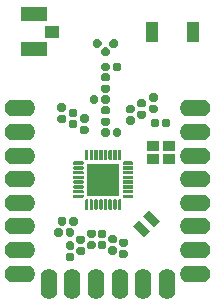
<source format=gbr>
%TF.GenerationSoftware,KiCad,Pcbnew,(5.1.6)-1*%
%TF.CreationDate,2021-01-29T18:20:16+05:30*%
%TF.ProjectId,Bluetooth_Module,426c7565-746f-46f7-9468-5f4d6f64756c,rev?*%
%TF.SameCoordinates,Original*%
%TF.FileFunction,Soldermask,Top*%
%TF.FilePolarity,Negative*%
%FSLAX46Y46*%
G04 Gerber Fmt 4.6, Leading zero omitted, Abs format (unit mm)*
G04 Created by KiCad (PCBNEW (5.1.6)-1) date 2021-01-29 18:20:16*
%MOMM*%
%LPD*%
G01*
G04 APERTURE LIST*
%ADD10O,2.600000X1.400000*%
%ADD11C,1.400000*%
%ADD12O,1.400000X2.600000*%
%ADD13R,1.000000X1.800000*%
%ADD14R,2.800000X2.800000*%
%ADD15C,0.100000*%
%ADD16R,1.000000X0.900000*%
%ADD17R,2.300000X1.150000*%
%ADD18R,1.150000X1.100000*%
G04 APERTURE END LIST*
%TO.C,C25*%
G36*
G01*
X108145000Y-83552500D02*
X108145000Y-83947500D01*
G75*
G02*
X107972500Y-84120000I-172500J0D01*
G01*
X107627500Y-84120000D01*
G75*
G02*
X107455000Y-83947500I0J172500D01*
G01*
X107455000Y-83552500D01*
G75*
G02*
X107627500Y-83380000I172500J0D01*
G01*
X107972500Y-83380000D01*
G75*
G02*
X108145000Y-83552500I0J-172500D01*
G01*
G37*
G36*
G01*
X107175000Y-83552500D02*
X107175000Y-83947500D01*
G75*
G02*
X107002500Y-84120000I-172500J0D01*
G01*
X106657500Y-84120000D01*
G75*
G02*
X106485000Y-83947500I0J172500D01*
G01*
X106485000Y-83552500D01*
G75*
G02*
X106657500Y-83380000I172500J0D01*
G01*
X107002500Y-83380000D01*
G75*
G02*
X107175000Y-83552500I0J-172500D01*
G01*
G37*
%TD*%
D10*
%TO.C,J12*%
X100600000Y-86500000D03*
D11*
X100000000Y-86500000D03*
%TD*%
D12*
%TO.C,J1*%
X103000000Y-99400000D03*
D11*
X103000000Y-100000000D03*
%TD*%
D10*
%TO.C,J2*%
X100600000Y-98500000D03*
D11*
X100000000Y-98500000D03*
%TD*%
D10*
%TO.C,J3*%
X100600000Y-96500000D03*
D11*
X100000000Y-96500000D03*
%TD*%
D10*
%TO.C,J4*%
X100600000Y-94500000D03*
D11*
X100000000Y-94500000D03*
%TD*%
D10*
%TO.C,J5*%
X100600000Y-92500000D03*
D11*
X100000000Y-92500000D03*
%TD*%
D10*
%TO.C,J6*%
X100600000Y-90500000D03*
D11*
X100000000Y-90500000D03*
%TD*%
D10*
%TO.C,J7*%
X100600000Y-88500000D03*
D11*
X100000000Y-88500000D03*
%TD*%
D12*
%TO.C,J8*%
X107000000Y-99400000D03*
D11*
X107000000Y-100000000D03*
%TD*%
D12*
%TO.C,J9*%
X113000000Y-99400000D03*
D11*
X113000000Y-100000000D03*
%TD*%
D12*
%TO.C,J10*%
X111000000Y-99400000D03*
D11*
X111000000Y-100000000D03*
%TD*%
D12*
%TO.C,J11*%
X109000000Y-99400000D03*
D11*
X109000000Y-100000000D03*
%TD*%
D10*
%TO.C,J14*%
X115400000Y-84500000D03*
D11*
X116000000Y-84500000D03*
%TD*%
D10*
%TO.C,J15*%
X115400000Y-88500000D03*
D11*
X116000000Y-88500000D03*
%TD*%
D10*
%TO.C,J16*%
X115400000Y-90500000D03*
D11*
X116000000Y-90500000D03*
%TD*%
D10*
%TO.C,J17*%
X115400000Y-92500000D03*
D11*
X116000000Y-92500000D03*
%TD*%
D10*
%TO.C,J18*%
X115400000Y-94500000D03*
D11*
X116000000Y-94500000D03*
%TD*%
D10*
%TO.C,J19*%
X115400000Y-96500000D03*
D11*
X116000000Y-96500000D03*
%TD*%
D10*
%TO.C,J20*%
X115400000Y-98500000D03*
D11*
X116000000Y-98500000D03*
%TD*%
D10*
%TO.C,J21*%
X115400000Y-86500000D03*
D11*
X116000000Y-86500000D03*
%TD*%
D12*
%TO.C,J22*%
X105000000Y-99400000D03*
D11*
X105000000Y-100000000D03*
%TD*%
D10*
%TO.C,J13*%
X100600000Y-84500000D03*
D11*
X100000000Y-84500000D03*
%TD*%
%TO.C,TP1*%
G36*
G01*
X106976256Y-79371231D02*
X106728769Y-79123744D01*
G75*
G02*
X106728769Y-78876256I123744J123744D01*
G01*
X106976256Y-78628769D01*
G75*
G02*
X107223744Y-78628769I123744J-123744D01*
G01*
X107471231Y-78876256D01*
G75*
G02*
X107471231Y-79123744I-123744J-123744D01*
G01*
X107223744Y-79371231D01*
G75*
G02*
X106976256Y-79371231I-123744J123744D01*
G01*
G37*
%TD*%
%TO.C,TP3*%
G36*
G01*
X107676256Y-80071231D02*
X107428769Y-79823744D01*
G75*
G02*
X107428769Y-79576256I123744J123744D01*
G01*
X107676256Y-79328769D01*
G75*
G02*
X107923744Y-79328769I123744J-123744D01*
G01*
X108171231Y-79576256D01*
G75*
G02*
X108171231Y-79823744I-123744J-123744D01*
G01*
X107923744Y-80071231D01*
G75*
G02*
X107676256Y-80071231I-123744J123744D01*
G01*
G37*
%TD*%
%TO.C,TP2*%
G36*
G01*
X108376256Y-79371231D02*
X108128769Y-79123744D01*
G75*
G02*
X108128769Y-78876256I123744J123744D01*
G01*
X108376256Y-78628769D01*
G75*
G02*
X108623744Y-78628769I123744J-123744D01*
G01*
X108871231Y-78876256D01*
G75*
G02*
X108871231Y-79123744I-123744J-123744D01*
G01*
X108623744Y-79371231D01*
G75*
G02*
X108376256Y-79371231I-123744J123744D01*
G01*
G37*
%TD*%
D13*
%TO.C,AE1*%
X111700000Y-78000000D03*
X115200000Y-78000000D03*
%TD*%
%TO.C,C1*%
G36*
G01*
X109102500Y-96490000D02*
X109497500Y-96490000D01*
G75*
G02*
X109670000Y-96662500I0J-172500D01*
G01*
X109670000Y-97007500D01*
G75*
G02*
X109497500Y-97180000I-172500J0D01*
G01*
X109102500Y-97180000D01*
G75*
G02*
X108930000Y-97007500I0J172500D01*
G01*
X108930000Y-96662500D01*
G75*
G02*
X109102500Y-96490000I172500J0D01*
G01*
G37*
G36*
G01*
X109102500Y-95520000D02*
X109497500Y-95520000D01*
G75*
G02*
X109670000Y-95692500I0J-172500D01*
G01*
X109670000Y-96037500D01*
G75*
G02*
X109497500Y-96210000I-172500J0D01*
G01*
X109102500Y-96210000D01*
G75*
G02*
X108930000Y-96037500I0J172500D01*
G01*
X108930000Y-95692500D01*
G75*
G02*
X109102500Y-95520000I172500J0D01*
G01*
G37*
%TD*%
%TO.C,C2*%
G36*
G01*
X108202500Y-95220000D02*
X108597500Y-95220000D01*
G75*
G02*
X108770000Y-95392500I0J-172500D01*
G01*
X108770000Y-95737500D01*
G75*
G02*
X108597500Y-95910000I-172500J0D01*
G01*
X108202500Y-95910000D01*
G75*
G02*
X108030000Y-95737500I0J172500D01*
G01*
X108030000Y-95392500D01*
G75*
G02*
X108202500Y-95220000I172500J0D01*
G01*
G37*
G36*
G01*
X108202500Y-96190000D02*
X108597500Y-96190000D01*
G75*
G02*
X108770000Y-96362500I0J-172500D01*
G01*
X108770000Y-96707500D01*
G75*
G02*
X108597500Y-96880000I-172500J0D01*
G01*
X108202500Y-96880000D01*
G75*
G02*
X108030000Y-96707500I0J172500D01*
G01*
X108030000Y-96362500D01*
G75*
G02*
X108202500Y-96190000I172500J0D01*
G01*
G37*
%TD*%
%TO.C,C5*%
G36*
G01*
X104602500Y-96740000D02*
X104997500Y-96740000D01*
G75*
G02*
X105170000Y-96912500I0J-172500D01*
G01*
X105170000Y-97257500D01*
G75*
G02*
X104997500Y-97430000I-172500J0D01*
G01*
X104602500Y-97430000D01*
G75*
G02*
X104430000Y-97257500I0J172500D01*
G01*
X104430000Y-96912500D01*
G75*
G02*
X104602500Y-96740000I172500J0D01*
G01*
G37*
G36*
G01*
X104602500Y-95770000D02*
X104997500Y-95770000D01*
G75*
G02*
X105170000Y-95942500I0J-172500D01*
G01*
X105170000Y-96287500D01*
G75*
G02*
X104997500Y-96460000I-172500J0D01*
G01*
X104602500Y-96460000D01*
G75*
G02*
X104430000Y-96287500I0J172500D01*
G01*
X104430000Y-95942500D01*
G75*
G02*
X104602500Y-95770000I172500J0D01*
G01*
G37*
%TD*%
%TO.C,C6*%
G36*
G01*
X105502500Y-95270000D02*
X105897500Y-95270000D01*
G75*
G02*
X106070000Y-95442500I0J-172500D01*
G01*
X106070000Y-95787500D01*
G75*
G02*
X105897500Y-95960000I-172500J0D01*
G01*
X105502500Y-95960000D01*
G75*
G02*
X105330000Y-95787500I0J172500D01*
G01*
X105330000Y-95442500D01*
G75*
G02*
X105502500Y-95270000I172500J0D01*
G01*
G37*
G36*
G01*
X105502500Y-96240000D02*
X105897500Y-96240000D01*
G75*
G02*
X106070000Y-96412500I0J-172500D01*
G01*
X106070000Y-96757500D01*
G75*
G02*
X105897500Y-96930000I-172500J0D01*
G01*
X105502500Y-96930000D01*
G75*
G02*
X105330000Y-96757500I0J172500D01*
G01*
X105330000Y-96412500D01*
G75*
G02*
X105502500Y-96240000I172500J0D01*
G01*
G37*
%TD*%
%TO.C,C7*%
G36*
G01*
X106402500Y-94770000D02*
X106797500Y-94770000D01*
G75*
G02*
X106970000Y-94942500I0J-172500D01*
G01*
X106970000Y-95287500D01*
G75*
G02*
X106797500Y-95460000I-172500J0D01*
G01*
X106402500Y-95460000D01*
G75*
G02*
X106230000Y-95287500I0J172500D01*
G01*
X106230000Y-94942500D01*
G75*
G02*
X106402500Y-94770000I172500J0D01*
G01*
G37*
G36*
G01*
X106402500Y-95740000D02*
X106797500Y-95740000D01*
G75*
G02*
X106970000Y-95912500I0J-172500D01*
G01*
X106970000Y-96257500D01*
G75*
G02*
X106797500Y-96430000I-172500J0D01*
G01*
X106402500Y-96430000D01*
G75*
G02*
X106230000Y-96257500I0J172500D01*
G01*
X106230000Y-95912500D01*
G75*
G02*
X106402500Y-95740000I172500J0D01*
G01*
G37*
%TD*%
%TO.C,C10*%
G36*
G01*
X107302500Y-94770000D02*
X107697500Y-94770000D01*
G75*
G02*
X107870000Y-94942500I0J-172500D01*
G01*
X107870000Y-95287500D01*
G75*
G02*
X107697500Y-95460000I-172500J0D01*
G01*
X107302500Y-95460000D01*
G75*
G02*
X107130000Y-95287500I0J172500D01*
G01*
X107130000Y-94942500D01*
G75*
G02*
X107302500Y-94770000I172500J0D01*
G01*
G37*
G36*
G01*
X107302500Y-95740000D02*
X107697500Y-95740000D01*
G75*
G02*
X107870000Y-95912500I0J-172500D01*
G01*
X107870000Y-96257500D01*
G75*
G02*
X107697500Y-96430000I-172500J0D01*
G01*
X107302500Y-96430000D01*
G75*
G02*
X107130000Y-96257500I0J172500D01*
G01*
X107130000Y-95912500D01*
G75*
G02*
X107302500Y-95740000I172500J0D01*
G01*
G37*
%TD*%
%TO.C,C11*%
G36*
G01*
X105130000Y-94802500D02*
X105130000Y-95197500D01*
G75*
G02*
X104957500Y-95370000I-172500J0D01*
G01*
X104612500Y-95370000D01*
G75*
G02*
X104440000Y-95197500I0J172500D01*
G01*
X104440000Y-94802500D01*
G75*
G02*
X104612500Y-94630000I172500J0D01*
G01*
X104957500Y-94630000D01*
G75*
G02*
X105130000Y-94802500I0J-172500D01*
G01*
G37*
G36*
G01*
X104160000Y-94802500D02*
X104160000Y-95197500D01*
G75*
G02*
X103987500Y-95370000I-172500J0D01*
G01*
X103642500Y-95370000D01*
G75*
G02*
X103470000Y-95197500I0J172500D01*
G01*
X103470000Y-94802500D01*
G75*
G02*
X103642500Y-94630000I172500J0D01*
G01*
X103987500Y-94630000D01*
G75*
G02*
X104160000Y-94802500I0J-172500D01*
G01*
G37*
%TD*%
%TO.C,C12*%
G36*
G01*
X104460000Y-93852500D02*
X104460000Y-94247500D01*
G75*
G02*
X104287500Y-94420000I-172500J0D01*
G01*
X103942500Y-94420000D01*
G75*
G02*
X103770000Y-94247500I0J172500D01*
G01*
X103770000Y-93852500D01*
G75*
G02*
X103942500Y-93680000I172500J0D01*
G01*
X104287500Y-93680000D01*
G75*
G02*
X104460000Y-93852500I0J-172500D01*
G01*
G37*
G36*
G01*
X105430000Y-93852500D02*
X105430000Y-94247500D01*
G75*
G02*
X105257500Y-94420000I-172500J0D01*
G01*
X104912500Y-94420000D01*
G75*
G02*
X104740000Y-94247500I0J172500D01*
G01*
X104740000Y-93852500D01*
G75*
G02*
X104912500Y-93680000I172500J0D01*
G01*
X105257500Y-93680000D01*
G75*
G02*
X105430000Y-93852500I0J-172500D01*
G01*
G37*
%TD*%
%TO.C,C20*%
G36*
G01*
X111047500Y-84425000D02*
X110652500Y-84425000D01*
G75*
G02*
X110480000Y-84252500I0J172500D01*
G01*
X110480000Y-83907500D01*
G75*
G02*
X110652500Y-83735000I172500J0D01*
G01*
X111047500Y-83735000D01*
G75*
G02*
X111220000Y-83907500I0J-172500D01*
G01*
X111220000Y-84252500D01*
G75*
G02*
X111047500Y-84425000I-172500J0D01*
G01*
G37*
G36*
G01*
X111047500Y-85395000D02*
X110652500Y-85395000D01*
G75*
G02*
X110480000Y-85222500I0J172500D01*
G01*
X110480000Y-84877500D01*
G75*
G02*
X110652500Y-84705000I172500J0D01*
G01*
X111047500Y-84705000D01*
G75*
G02*
X111220000Y-84877500I0J-172500D01*
G01*
X111220000Y-85222500D01*
G75*
G02*
X111047500Y-85395000I-172500J0D01*
G01*
G37*
%TD*%
%TO.C,C21*%
G36*
G01*
X110097500Y-84910000D02*
X109702500Y-84910000D01*
G75*
G02*
X109530000Y-84737500I0J172500D01*
G01*
X109530000Y-84392500D01*
G75*
G02*
X109702500Y-84220000I172500J0D01*
G01*
X110097500Y-84220000D01*
G75*
G02*
X110270000Y-84392500I0J-172500D01*
G01*
X110270000Y-84737500D01*
G75*
G02*
X110097500Y-84910000I-172500J0D01*
G01*
G37*
G36*
G01*
X110097500Y-85880000D02*
X109702500Y-85880000D01*
G75*
G02*
X109530000Y-85707500I0J172500D01*
G01*
X109530000Y-85362500D01*
G75*
G02*
X109702500Y-85190000I172500J0D01*
G01*
X110097500Y-85190000D01*
G75*
G02*
X110270000Y-85362500I0J-172500D01*
G01*
X110270000Y-85707500D01*
G75*
G02*
X110097500Y-85880000I-172500J0D01*
G01*
G37*
%TD*%
%TO.C,C22*%
G36*
G01*
X106197500Y-86680000D02*
X105802500Y-86680000D01*
G75*
G02*
X105630000Y-86507500I0J172500D01*
G01*
X105630000Y-86162500D01*
G75*
G02*
X105802500Y-85990000I172500J0D01*
G01*
X106197500Y-85990000D01*
G75*
G02*
X106370000Y-86162500I0J-172500D01*
G01*
X106370000Y-86507500D01*
G75*
G02*
X106197500Y-86680000I-172500J0D01*
G01*
G37*
G36*
G01*
X106197500Y-85710000D02*
X105802500Y-85710000D01*
G75*
G02*
X105630000Y-85537500I0J172500D01*
G01*
X105630000Y-85192500D01*
G75*
G02*
X105802500Y-85020000I172500J0D01*
G01*
X106197500Y-85020000D01*
G75*
G02*
X106370000Y-85192500I0J-172500D01*
G01*
X106370000Y-85537500D01*
G75*
G02*
X106197500Y-85710000I-172500J0D01*
G01*
G37*
%TD*%
%TO.C,C23*%
G36*
G01*
X105247500Y-85225000D02*
X104852500Y-85225000D01*
G75*
G02*
X104680000Y-85052500I0J172500D01*
G01*
X104680000Y-84707500D01*
G75*
G02*
X104852500Y-84535000I172500J0D01*
G01*
X105247500Y-84535000D01*
G75*
G02*
X105420000Y-84707500I0J-172500D01*
G01*
X105420000Y-85052500D01*
G75*
G02*
X105247500Y-85225000I-172500J0D01*
G01*
G37*
G36*
G01*
X105247500Y-86195000D02*
X104852500Y-86195000D01*
G75*
G02*
X104680000Y-86022500I0J172500D01*
G01*
X104680000Y-85677500D01*
G75*
G02*
X104852500Y-85505000I172500J0D01*
G01*
X105247500Y-85505000D01*
G75*
G02*
X105420000Y-85677500I0J-172500D01*
G01*
X105420000Y-86022500D01*
G75*
G02*
X105247500Y-86195000I-172500J0D01*
G01*
G37*
%TD*%
%TO.C,C24*%
G36*
G01*
X108425000Y-86747500D02*
X108425000Y-86352500D01*
G75*
G02*
X108597500Y-86180000I172500J0D01*
G01*
X108942500Y-86180000D01*
G75*
G02*
X109115000Y-86352500I0J-172500D01*
G01*
X109115000Y-86747500D01*
G75*
G02*
X108942500Y-86920000I-172500J0D01*
G01*
X108597500Y-86920000D01*
G75*
G02*
X108425000Y-86747500I0J172500D01*
G01*
G37*
G36*
G01*
X107455000Y-86747500D02*
X107455000Y-86352500D01*
G75*
G02*
X107627500Y-86180000I172500J0D01*
G01*
X107972500Y-86180000D01*
G75*
G02*
X108145000Y-86352500I0J-172500D01*
G01*
X108145000Y-86747500D01*
G75*
G02*
X107972500Y-86920000I-172500J0D01*
G01*
X107627500Y-86920000D01*
G75*
G02*
X107455000Y-86747500I0J172500D01*
G01*
G37*
%TD*%
%TO.C,C27*%
G36*
G01*
X107455000Y-81197500D02*
X107455000Y-80802500D01*
G75*
G02*
X107627500Y-80630000I172500J0D01*
G01*
X107972500Y-80630000D01*
G75*
G02*
X108145000Y-80802500I0J-172500D01*
G01*
X108145000Y-81197500D01*
G75*
G02*
X107972500Y-81370000I-172500J0D01*
G01*
X107627500Y-81370000D01*
G75*
G02*
X107455000Y-81197500I0J172500D01*
G01*
G37*
G36*
G01*
X108425000Y-81197500D02*
X108425000Y-80802500D01*
G75*
G02*
X108597500Y-80630000I172500J0D01*
G01*
X108942500Y-80630000D01*
G75*
G02*
X109115000Y-80802500I0J-172500D01*
G01*
X109115000Y-81197500D01*
G75*
G02*
X108942500Y-81370000I-172500J0D01*
G01*
X108597500Y-81370000D01*
G75*
G02*
X108425000Y-81197500I0J172500D01*
G01*
G37*
%TD*%
%TO.C,L3*%
G36*
G01*
X112047500Y-84895000D02*
X111652500Y-84895000D01*
G75*
G02*
X111480000Y-84722500I0J172500D01*
G01*
X111480000Y-84377500D01*
G75*
G02*
X111652500Y-84205000I172500J0D01*
G01*
X112047500Y-84205000D01*
G75*
G02*
X112220000Y-84377500I0J-172500D01*
G01*
X112220000Y-84722500D01*
G75*
G02*
X112047500Y-84895000I-172500J0D01*
G01*
G37*
G36*
G01*
X112047500Y-83925000D02*
X111652500Y-83925000D01*
G75*
G02*
X111480000Y-83752500I0J172500D01*
G01*
X111480000Y-83407500D01*
G75*
G02*
X111652500Y-83235000I172500J0D01*
G01*
X112047500Y-83235000D01*
G75*
G02*
X112220000Y-83407500I0J-172500D01*
G01*
X112220000Y-83752500D01*
G75*
G02*
X112047500Y-83925000I-172500J0D01*
G01*
G37*
%TD*%
%TO.C,L4*%
G36*
G01*
X104297500Y-85745000D02*
X103902500Y-85745000D01*
G75*
G02*
X103730000Y-85572500I0J172500D01*
G01*
X103730000Y-85227500D01*
G75*
G02*
X103902500Y-85055000I172500J0D01*
G01*
X104297500Y-85055000D01*
G75*
G02*
X104470000Y-85227500I0J-172500D01*
G01*
X104470000Y-85572500D01*
G75*
G02*
X104297500Y-85745000I-172500J0D01*
G01*
G37*
G36*
G01*
X104297500Y-84775000D02*
X103902500Y-84775000D01*
G75*
G02*
X103730000Y-84602500I0J172500D01*
G01*
X103730000Y-84257500D01*
G75*
G02*
X103902500Y-84085000I172500J0D01*
G01*
X104297500Y-84085000D01*
G75*
G02*
X104470000Y-84257500I0J-172500D01*
G01*
X104470000Y-84602500D01*
G75*
G02*
X104297500Y-84775000I-172500J0D01*
G01*
G37*
%TD*%
%TO.C,L5*%
G36*
G01*
X107997500Y-85010000D02*
X107602500Y-85010000D01*
G75*
G02*
X107430000Y-84837500I0J172500D01*
G01*
X107430000Y-84492500D01*
G75*
G02*
X107602500Y-84320000I172500J0D01*
G01*
X107997500Y-84320000D01*
G75*
G02*
X108170000Y-84492500I0J-172500D01*
G01*
X108170000Y-84837500D01*
G75*
G02*
X107997500Y-85010000I-172500J0D01*
G01*
G37*
G36*
G01*
X107997500Y-85980000D02*
X107602500Y-85980000D01*
G75*
G02*
X107430000Y-85807500I0J172500D01*
G01*
X107430000Y-85462500D01*
G75*
G02*
X107602500Y-85290000I172500J0D01*
G01*
X107997500Y-85290000D01*
G75*
G02*
X108170000Y-85462500I0J-172500D01*
G01*
X108170000Y-85807500D01*
G75*
G02*
X107997500Y-85980000I-172500J0D01*
G01*
G37*
%TD*%
%TO.C,L6*%
G36*
G01*
X107997500Y-82225000D02*
X107602500Y-82225000D01*
G75*
G02*
X107430000Y-82052500I0J172500D01*
G01*
X107430000Y-81707500D01*
G75*
G02*
X107602500Y-81535000I172500J0D01*
G01*
X107997500Y-81535000D01*
G75*
G02*
X108170000Y-81707500I0J-172500D01*
G01*
X108170000Y-82052500D01*
G75*
G02*
X107997500Y-82225000I-172500J0D01*
G01*
G37*
G36*
G01*
X107997500Y-83195000D02*
X107602500Y-83195000D01*
G75*
G02*
X107430000Y-83022500I0J172500D01*
G01*
X107430000Y-82677500D01*
G75*
G02*
X107602500Y-82505000I172500J0D01*
G01*
X107997500Y-82505000D01*
G75*
G02*
X108170000Y-82677500I0J-172500D01*
G01*
X108170000Y-83022500D01*
G75*
G02*
X107997500Y-83195000I-172500J0D01*
G01*
G37*
%TD*%
%TO.C,R1*%
G36*
G01*
X113280000Y-85552500D02*
X113280000Y-85947500D01*
G75*
G02*
X113107500Y-86120000I-172500J0D01*
G01*
X112762500Y-86120000D01*
G75*
G02*
X112590000Y-85947500I0J172500D01*
G01*
X112590000Y-85552500D01*
G75*
G02*
X112762500Y-85380000I172500J0D01*
G01*
X113107500Y-85380000D01*
G75*
G02*
X113280000Y-85552500I0J-172500D01*
G01*
G37*
G36*
G01*
X112310000Y-85552500D02*
X112310000Y-85947500D01*
G75*
G02*
X112137500Y-86120000I-172500J0D01*
G01*
X111792500Y-86120000D01*
G75*
G02*
X111620000Y-85947500I0J172500D01*
G01*
X111620000Y-85552500D01*
G75*
G02*
X111792500Y-85380000I172500J0D01*
G01*
X112137500Y-85380000D01*
G75*
G02*
X112310000Y-85552500I0J-172500D01*
G01*
G37*
%TD*%
%TO.C,U3*%
G36*
G01*
X110150000Y-91875000D02*
X110150000Y-92025000D01*
G75*
G02*
X110075000Y-92100000I-75000J0D01*
G01*
X109325000Y-92100000D01*
G75*
G02*
X109250000Y-92025000I0J75000D01*
G01*
X109250000Y-91875000D01*
G75*
G02*
X109325000Y-91800000I75000J0D01*
G01*
X110075000Y-91800000D01*
G75*
G02*
X110150000Y-91875000I0J-75000D01*
G01*
G37*
G36*
G01*
X110150000Y-91475000D02*
X110150000Y-91625000D01*
G75*
G02*
X110075000Y-91700000I-75000J0D01*
G01*
X109325000Y-91700000D01*
G75*
G02*
X109250000Y-91625000I0J75000D01*
G01*
X109250000Y-91475000D01*
G75*
G02*
X109325000Y-91400000I75000J0D01*
G01*
X110075000Y-91400000D01*
G75*
G02*
X110150000Y-91475000I0J-75000D01*
G01*
G37*
G36*
G01*
X110150000Y-91075000D02*
X110150000Y-91225000D01*
G75*
G02*
X110075000Y-91300000I-75000J0D01*
G01*
X109325000Y-91300000D01*
G75*
G02*
X109250000Y-91225000I0J75000D01*
G01*
X109250000Y-91075000D01*
G75*
G02*
X109325000Y-91000000I75000J0D01*
G01*
X110075000Y-91000000D01*
G75*
G02*
X110150000Y-91075000I0J-75000D01*
G01*
G37*
G36*
G01*
X110150000Y-90675000D02*
X110150000Y-90825000D01*
G75*
G02*
X110075000Y-90900000I-75000J0D01*
G01*
X109325000Y-90900000D01*
G75*
G02*
X109250000Y-90825000I0J75000D01*
G01*
X109250000Y-90675000D01*
G75*
G02*
X109325000Y-90600000I75000J0D01*
G01*
X110075000Y-90600000D01*
G75*
G02*
X110150000Y-90675000I0J-75000D01*
G01*
G37*
G36*
G01*
X110150000Y-90275000D02*
X110150000Y-90425000D01*
G75*
G02*
X110075000Y-90500000I-75000J0D01*
G01*
X109325000Y-90500000D01*
G75*
G02*
X109250000Y-90425000I0J75000D01*
G01*
X109250000Y-90275000D01*
G75*
G02*
X109325000Y-90200000I75000J0D01*
G01*
X110075000Y-90200000D01*
G75*
G02*
X110150000Y-90275000I0J-75000D01*
G01*
G37*
G36*
G01*
X110150000Y-89875000D02*
X110150000Y-90025000D01*
G75*
G02*
X110075000Y-90100000I-75000J0D01*
G01*
X109325000Y-90100000D01*
G75*
G02*
X109250000Y-90025000I0J75000D01*
G01*
X109250000Y-89875000D01*
G75*
G02*
X109325000Y-89800000I75000J0D01*
G01*
X110075000Y-89800000D01*
G75*
G02*
X110150000Y-89875000I0J-75000D01*
G01*
G37*
G36*
G01*
X110150000Y-89475000D02*
X110150000Y-89625000D01*
G75*
G02*
X110075000Y-89700000I-75000J0D01*
G01*
X109325000Y-89700000D01*
G75*
G02*
X109250000Y-89625000I0J75000D01*
G01*
X109250000Y-89475000D01*
G75*
G02*
X109325000Y-89400000I75000J0D01*
G01*
X110075000Y-89400000D01*
G75*
G02*
X110150000Y-89475000I0J-75000D01*
G01*
G37*
G36*
G01*
X110150000Y-89075000D02*
X110150000Y-89225000D01*
G75*
G02*
X110075000Y-89300000I-75000J0D01*
G01*
X109325000Y-89300000D01*
G75*
G02*
X109250000Y-89225000I0J75000D01*
G01*
X109250000Y-89075000D01*
G75*
G02*
X109325000Y-89000000I75000J0D01*
G01*
X110075000Y-89000000D01*
G75*
G02*
X110150000Y-89075000I0J-75000D01*
G01*
G37*
G36*
G01*
X109150000Y-88075000D02*
X109150000Y-88825000D01*
G75*
G02*
X109075000Y-88900000I-75000J0D01*
G01*
X108925000Y-88900000D01*
G75*
G02*
X108850000Y-88825000I0J75000D01*
G01*
X108850000Y-88075000D01*
G75*
G02*
X108925000Y-88000000I75000J0D01*
G01*
X109075000Y-88000000D01*
G75*
G02*
X109150000Y-88075000I0J-75000D01*
G01*
G37*
G36*
G01*
X108750000Y-88075000D02*
X108750000Y-88825000D01*
G75*
G02*
X108675000Y-88900000I-75000J0D01*
G01*
X108525000Y-88900000D01*
G75*
G02*
X108450000Y-88825000I0J75000D01*
G01*
X108450000Y-88075000D01*
G75*
G02*
X108525000Y-88000000I75000J0D01*
G01*
X108675000Y-88000000D01*
G75*
G02*
X108750000Y-88075000I0J-75000D01*
G01*
G37*
G36*
G01*
X108350000Y-88075000D02*
X108350000Y-88825000D01*
G75*
G02*
X108275000Y-88900000I-75000J0D01*
G01*
X108125000Y-88900000D01*
G75*
G02*
X108050000Y-88825000I0J75000D01*
G01*
X108050000Y-88075000D01*
G75*
G02*
X108125000Y-88000000I75000J0D01*
G01*
X108275000Y-88000000D01*
G75*
G02*
X108350000Y-88075000I0J-75000D01*
G01*
G37*
G36*
G01*
X107950000Y-88075000D02*
X107950000Y-88825000D01*
G75*
G02*
X107875000Y-88900000I-75000J0D01*
G01*
X107725000Y-88900000D01*
G75*
G02*
X107650000Y-88825000I0J75000D01*
G01*
X107650000Y-88075000D01*
G75*
G02*
X107725000Y-88000000I75000J0D01*
G01*
X107875000Y-88000000D01*
G75*
G02*
X107950000Y-88075000I0J-75000D01*
G01*
G37*
G36*
G01*
X107550000Y-88075000D02*
X107550000Y-88825000D01*
G75*
G02*
X107475000Y-88900000I-75000J0D01*
G01*
X107325000Y-88900000D01*
G75*
G02*
X107250000Y-88825000I0J75000D01*
G01*
X107250000Y-88075000D01*
G75*
G02*
X107325000Y-88000000I75000J0D01*
G01*
X107475000Y-88000000D01*
G75*
G02*
X107550000Y-88075000I0J-75000D01*
G01*
G37*
G36*
G01*
X107150000Y-88075000D02*
X107150000Y-88825000D01*
G75*
G02*
X107075000Y-88900000I-75000J0D01*
G01*
X106925000Y-88900000D01*
G75*
G02*
X106850000Y-88825000I0J75000D01*
G01*
X106850000Y-88075000D01*
G75*
G02*
X106925000Y-88000000I75000J0D01*
G01*
X107075000Y-88000000D01*
G75*
G02*
X107150000Y-88075000I0J-75000D01*
G01*
G37*
G36*
G01*
X106750000Y-88075000D02*
X106750000Y-88825000D01*
G75*
G02*
X106675000Y-88900000I-75000J0D01*
G01*
X106525000Y-88900000D01*
G75*
G02*
X106450000Y-88825000I0J75000D01*
G01*
X106450000Y-88075000D01*
G75*
G02*
X106525000Y-88000000I75000J0D01*
G01*
X106675000Y-88000000D01*
G75*
G02*
X106750000Y-88075000I0J-75000D01*
G01*
G37*
G36*
G01*
X106350000Y-88075000D02*
X106350000Y-88825000D01*
G75*
G02*
X106275000Y-88900000I-75000J0D01*
G01*
X106125000Y-88900000D01*
G75*
G02*
X106050000Y-88825000I0J75000D01*
G01*
X106050000Y-88075000D01*
G75*
G02*
X106125000Y-88000000I75000J0D01*
G01*
X106275000Y-88000000D01*
G75*
G02*
X106350000Y-88075000I0J-75000D01*
G01*
G37*
G36*
G01*
X105950000Y-89075000D02*
X105950000Y-89225000D01*
G75*
G02*
X105875000Y-89300000I-75000J0D01*
G01*
X105125000Y-89300000D01*
G75*
G02*
X105050000Y-89225000I0J75000D01*
G01*
X105050000Y-89075000D01*
G75*
G02*
X105125000Y-89000000I75000J0D01*
G01*
X105875000Y-89000000D01*
G75*
G02*
X105950000Y-89075000I0J-75000D01*
G01*
G37*
G36*
G01*
X105950000Y-89475000D02*
X105950000Y-89625000D01*
G75*
G02*
X105875000Y-89700000I-75000J0D01*
G01*
X105125000Y-89700000D01*
G75*
G02*
X105050000Y-89625000I0J75000D01*
G01*
X105050000Y-89475000D01*
G75*
G02*
X105125000Y-89400000I75000J0D01*
G01*
X105875000Y-89400000D01*
G75*
G02*
X105950000Y-89475000I0J-75000D01*
G01*
G37*
G36*
G01*
X105950000Y-89875000D02*
X105950000Y-90025000D01*
G75*
G02*
X105875000Y-90100000I-75000J0D01*
G01*
X105125000Y-90100000D01*
G75*
G02*
X105050000Y-90025000I0J75000D01*
G01*
X105050000Y-89875000D01*
G75*
G02*
X105125000Y-89800000I75000J0D01*
G01*
X105875000Y-89800000D01*
G75*
G02*
X105950000Y-89875000I0J-75000D01*
G01*
G37*
G36*
G01*
X105950000Y-90275000D02*
X105950000Y-90425000D01*
G75*
G02*
X105875000Y-90500000I-75000J0D01*
G01*
X105125000Y-90500000D01*
G75*
G02*
X105050000Y-90425000I0J75000D01*
G01*
X105050000Y-90275000D01*
G75*
G02*
X105125000Y-90200000I75000J0D01*
G01*
X105875000Y-90200000D01*
G75*
G02*
X105950000Y-90275000I0J-75000D01*
G01*
G37*
G36*
G01*
X105950000Y-90675000D02*
X105950000Y-90825000D01*
G75*
G02*
X105875000Y-90900000I-75000J0D01*
G01*
X105125000Y-90900000D01*
G75*
G02*
X105050000Y-90825000I0J75000D01*
G01*
X105050000Y-90675000D01*
G75*
G02*
X105125000Y-90600000I75000J0D01*
G01*
X105875000Y-90600000D01*
G75*
G02*
X105950000Y-90675000I0J-75000D01*
G01*
G37*
G36*
G01*
X105950000Y-91075000D02*
X105950000Y-91225000D01*
G75*
G02*
X105875000Y-91300000I-75000J0D01*
G01*
X105125000Y-91300000D01*
G75*
G02*
X105050000Y-91225000I0J75000D01*
G01*
X105050000Y-91075000D01*
G75*
G02*
X105125000Y-91000000I75000J0D01*
G01*
X105875000Y-91000000D01*
G75*
G02*
X105950000Y-91075000I0J-75000D01*
G01*
G37*
G36*
G01*
X105950000Y-91475000D02*
X105950000Y-91625000D01*
G75*
G02*
X105875000Y-91700000I-75000J0D01*
G01*
X105125000Y-91700000D01*
G75*
G02*
X105050000Y-91625000I0J75000D01*
G01*
X105050000Y-91475000D01*
G75*
G02*
X105125000Y-91400000I75000J0D01*
G01*
X105875000Y-91400000D01*
G75*
G02*
X105950000Y-91475000I0J-75000D01*
G01*
G37*
G36*
G01*
X105950000Y-91875000D02*
X105950000Y-92025000D01*
G75*
G02*
X105875000Y-92100000I-75000J0D01*
G01*
X105125000Y-92100000D01*
G75*
G02*
X105050000Y-92025000I0J75000D01*
G01*
X105050000Y-91875000D01*
G75*
G02*
X105125000Y-91800000I75000J0D01*
G01*
X105875000Y-91800000D01*
G75*
G02*
X105950000Y-91875000I0J-75000D01*
G01*
G37*
G36*
G01*
X106350000Y-92275000D02*
X106350000Y-93025000D01*
G75*
G02*
X106275000Y-93100000I-75000J0D01*
G01*
X106125000Y-93100000D01*
G75*
G02*
X106050000Y-93025000I0J75000D01*
G01*
X106050000Y-92275000D01*
G75*
G02*
X106125000Y-92200000I75000J0D01*
G01*
X106275000Y-92200000D01*
G75*
G02*
X106350000Y-92275000I0J-75000D01*
G01*
G37*
G36*
G01*
X106750000Y-92275000D02*
X106750000Y-93025000D01*
G75*
G02*
X106675000Y-93100000I-75000J0D01*
G01*
X106525000Y-93100000D01*
G75*
G02*
X106450000Y-93025000I0J75000D01*
G01*
X106450000Y-92275000D01*
G75*
G02*
X106525000Y-92200000I75000J0D01*
G01*
X106675000Y-92200000D01*
G75*
G02*
X106750000Y-92275000I0J-75000D01*
G01*
G37*
G36*
G01*
X107150000Y-92275000D02*
X107150000Y-93025000D01*
G75*
G02*
X107075000Y-93100000I-75000J0D01*
G01*
X106925000Y-93100000D01*
G75*
G02*
X106850000Y-93025000I0J75000D01*
G01*
X106850000Y-92275000D01*
G75*
G02*
X106925000Y-92200000I75000J0D01*
G01*
X107075000Y-92200000D01*
G75*
G02*
X107150000Y-92275000I0J-75000D01*
G01*
G37*
G36*
G01*
X107550000Y-92275000D02*
X107550000Y-93025000D01*
G75*
G02*
X107475000Y-93100000I-75000J0D01*
G01*
X107325000Y-93100000D01*
G75*
G02*
X107250000Y-93025000I0J75000D01*
G01*
X107250000Y-92275000D01*
G75*
G02*
X107325000Y-92200000I75000J0D01*
G01*
X107475000Y-92200000D01*
G75*
G02*
X107550000Y-92275000I0J-75000D01*
G01*
G37*
G36*
G01*
X107950000Y-92275000D02*
X107950000Y-93025000D01*
G75*
G02*
X107875000Y-93100000I-75000J0D01*
G01*
X107725000Y-93100000D01*
G75*
G02*
X107650000Y-93025000I0J75000D01*
G01*
X107650000Y-92275000D01*
G75*
G02*
X107725000Y-92200000I75000J0D01*
G01*
X107875000Y-92200000D01*
G75*
G02*
X107950000Y-92275000I0J-75000D01*
G01*
G37*
G36*
G01*
X108350000Y-92275000D02*
X108350000Y-93025000D01*
G75*
G02*
X108275000Y-93100000I-75000J0D01*
G01*
X108125000Y-93100000D01*
G75*
G02*
X108050000Y-93025000I0J75000D01*
G01*
X108050000Y-92275000D01*
G75*
G02*
X108125000Y-92200000I75000J0D01*
G01*
X108275000Y-92200000D01*
G75*
G02*
X108350000Y-92275000I0J-75000D01*
G01*
G37*
G36*
G01*
X108750000Y-92275000D02*
X108750000Y-93025000D01*
G75*
G02*
X108675000Y-93100000I-75000J0D01*
G01*
X108525000Y-93100000D01*
G75*
G02*
X108450000Y-93025000I0J75000D01*
G01*
X108450000Y-92275000D01*
G75*
G02*
X108525000Y-92200000I75000J0D01*
G01*
X108675000Y-92200000D01*
G75*
G02*
X108750000Y-92275000I0J-75000D01*
G01*
G37*
G36*
G01*
X109150000Y-92275000D02*
X109150000Y-93025000D01*
G75*
G02*
X109075000Y-93100000I-75000J0D01*
G01*
X108925000Y-93100000D01*
G75*
G02*
X108850000Y-93025000I0J75000D01*
G01*
X108850000Y-92275000D01*
G75*
G02*
X108925000Y-92200000I75000J0D01*
G01*
X109075000Y-92200000D01*
G75*
G02*
X109150000Y-92275000I0J-75000D01*
G01*
G37*
D14*
X107600000Y-90550000D03*
%TD*%
D15*
%TO.C,Y1*%
G36*
X111037868Y-95381371D02*
G01*
X110118629Y-94462132D01*
X110613604Y-93967157D01*
X111532843Y-94886396D01*
X111037868Y-95381371D01*
G37*
G36*
X111886396Y-94532843D02*
G01*
X110967157Y-93613604D01*
X111462132Y-93118629D01*
X112381371Y-94037868D01*
X111886396Y-94532843D01*
G37*
%TD*%
D16*
%TO.C,Y2*%
X111800000Y-88800000D03*
X113200000Y-88800000D03*
X113200000Y-87700000D03*
X111800000Y-87700000D03*
%TD*%
D17*
%TO.C,J23*%
X101775000Y-76525000D03*
D18*
X103300000Y-78000000D03*
D17*
X101775000Y-79475000D03*
%TD*%
M02*

</source>
